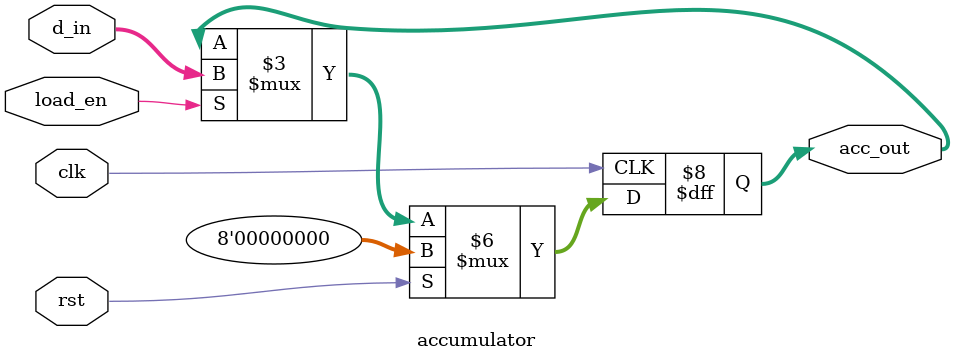
<source format=v>
module accumulator (
    input  wire clk,
    input  wire rst,
    input  wire load_en,
    input  wire signed [7:0] d_in,
    output reg  signed [7:0] acc_out
);
    always @(posedge clk) begin
        if (rst) acc_out <= 8'sd0;
        else if (load_en) acc_out <= d_in;
        else acc_out <= acc_out;
    end
endmodule
</source>
